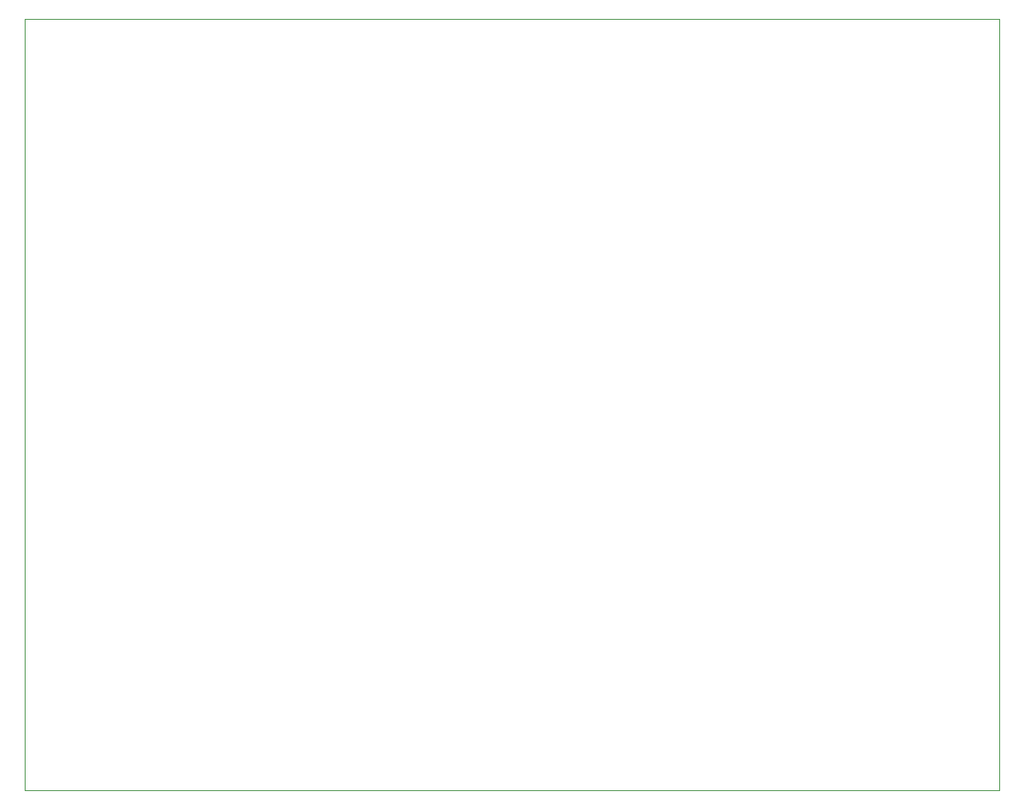
<source format=gbr>
%TF.GenerationSoftware,KiCad,Pcbnew,8.0.4*%
%TF.CreationDate,2024-09-26T20:40:34-05:00*%
%TF.ProjectId,solder_oven_PCB,736f6c64-6572-45f6-9f76-656e5f504342,rev?*%
%TF.SameCoordinates,Original*%
%TF.FileFunction,Profile,NP*%
%FSLAX46Y46*%
G04 Gerber Fmt 4.6, Leading zero omitted, Abs format (unit mm)*
G04 Created by KiCad (PCBNEW 8.0.4) date 2024-09-26 20:40:34*
%MOMM*%
%LPD*%
G01*
G04 APERTURE LIST*
%TA.AperFunction,Profile*%
%ADD10C,0.050000*%
%TD*%
G04 APERTURE END LIST*
D10*
X53809000Y-48397000D02*
X153885000Y-48397000D01*
X153885000Y-127645000D01*
X53809000Y-127645000D01*
X53809000Y-48397000D01*
M02*

</source>
